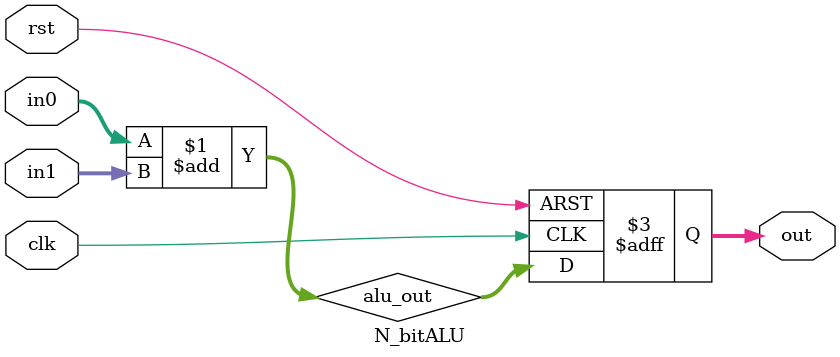
<source format=v>
module N_bitALU #(parameter N = 4, OPCODE = 2'b00)(
    input [N-1:0] in0, in1,
    input clk , rst,
    output reg [N-1:0] out
);
wire [N-1:0] alu_out;

assign alu_out = (OPCODE == 2'b00 ) ? (in0 + in1) :
                 (OPCODE == 2'b01 ) ? (in0 | in1) :
                 (OPCODE == 2'b10 ) ? (in0 - in1) :
                 (in0 ^ in1) ;


always @( posedge clk or posedge rst) begin
    if(rst) begin
        out <= 0;
    end
    else begin
        out <= alu_out;
    end
end

endmodule
</source>
